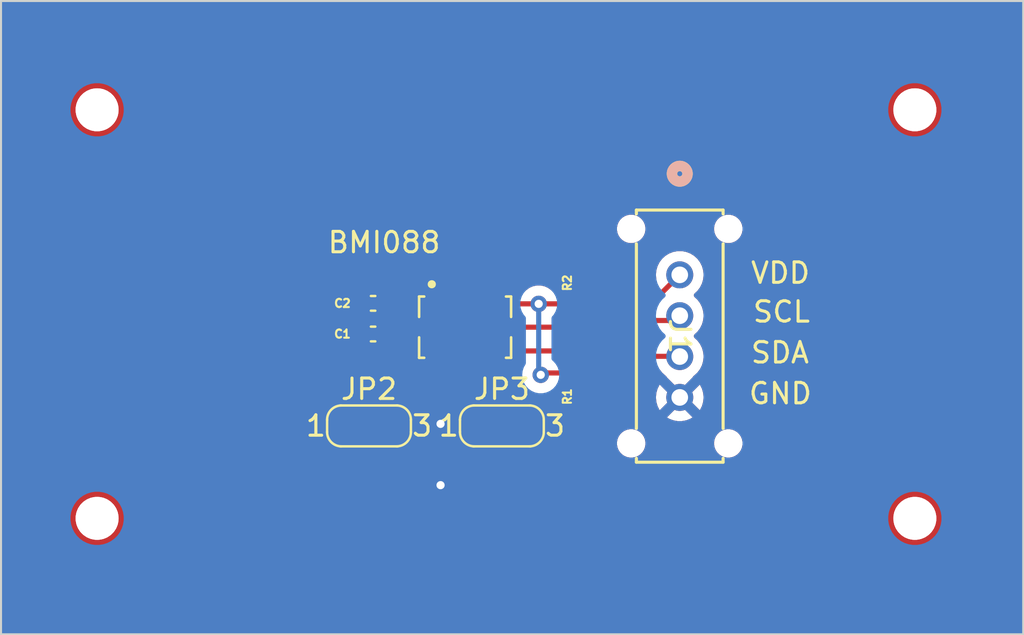
<source format=kicad_pcb>
(kicad_pcb (version 20240108) (generator "pcbnew") (generator_version "8.0")
  (layers (0 "F.Cu" signal) (31 "B.Cu" power) (34 "B.Paste" user) (35 "F.Paste" user) (36 "B.SilkS" user "B.Silkscreen") (37 "F.SilkS" user "F.Silkscreen") (38 "B.Mask" user) (39 "F.Mask" user) (44 "Edge.Cuts" user))
  (net 0 "")
  (net 1 "GND")
  (net 9 "/SDA")
  (net 10 "/SCL")
  (net 11 "Net-(IC1-SDO1)")
  (net 12 "Net-(IC1-SDO2)")
  (net 13 "+3.3V")
  (footprint "BMI088:PQFN50P450X300X100-16N" (layer "F.Cu") (at 108 88.665)
    (property "Reference" "IC1" (hide yes))
    (property "Value" "BMI088" (at -3.96 -4.145 0) (layer "F.SilkS"))
    (fp_line (start -2.25 -1.5) (end -2 -1.5) (stroke (width 0.127)) (layer "F.SilkS"))
    (fp_line (start -2.25 -0.5) (end -2.25 -1.5) (stroke (width 0.127)) (layer "F.SilkS"))
    (fp_line (start -2.25 1.5) (end -2.25 0.5) (stroke (width 0.127)) (layer "F.SilkS"))
    (fp_line (start -2 1.5) (end -2.25 1.5) (stroke (width 0.127)) (layer "F.SilkS"))
    (fp_line (start 2.25 -1.5) (end 2 -1.5) (stroke (width 0.127)) (layer "F.SilkS"))
    (fp_line (start 2.25 -0.5) (end 2.25 -1.5) (stroke (width 0.127)) (layer "F.SilkS"))
    (fp_line (start 2.25 0.5) (end 2.25 1.5) (stroke (width 0.127)) (layer "F.SilkS"))
    (fp_line (start 2.25 1.5) (end 2 1.5) (stroke (width 0.127)) (layer "F.SilkS"))
    (fp_circle (center -1.629 -2.1) (end -1.529 -2.1) (stroke (width 0.2)) (fill none) (layer "F.SilkS"))
    (pad "1" smd rect (at -1.5 -1.165 270) (size 0.59 0.35) (layers "F.Cu" "F.Paste" "F.Mask"))
    (pad "2" smd rect (at -1 -1.165 270) (size 0.59 0.35) (layers "F.Cu" "F.Paste" "F.Mask"))
    (pad "3" smd rect (at -0.5 -1.165 270) (size 0.59 0.35) (layers "F.Cu" "F.Paste" "F.Mask") (net 13 "+3.3V"))
    (pad "4" smd rect (at 0 -1.165 270) (size 0.59 0.35) (layers "F.Cu" "F.Paste" "F.Mask") (net 1 "GND"))
    (pad "5" smd rect (at 0.5 -1.165 270) (size 0.59 0.35) (layers "F.Cu" "F.Paste" "F.Mask"))
    (pad "6" smd rect (at 1 -1.165 270) (size 0.59 0.35) (layers "F.Cu" "F.Paste" "F.Mask") (net 1 "GND"))
    (pad "7" smd rect (at 1.5 -1.165 270) (size 0.59 0.35) (layers "F.Cu" "F.Paste" "F.Mask") (net 13 "+3.3V"))
    (pad "8" smd rect (at 1.915 0 180) (size 0.59 0.35) (layers "F.Cu" "F.Paste" "F.Mask") (net 10 "/SCL"))
    (pad "9" smd rect (at 1.5 1.165 90) (size 0.59 0.35) (layers "F.Cu" "F.Paste" "F.Mask") (net 9 "/SDA"))
    (pad "10" smd rect (at 1 1.165 90) (size 0.59 0.35) (layers "F.Cu" "F.Paste" "F.Mask") (net 12 "Net-(IC1-SDO2)"))
    (pad "11" smd rect (at 0.5 1.165 90) (size 0.59 0.35) (layers "F.Cu" "F.Paste" "F.Mask") (net 13 "+3.3V"))
    (pad "12" smd rect (at 0 1.165 90) (size 0.59 0.35) (layers "F.Cu" "F.Paste" "F.Mask"))
    (pad "13" smd rect (at -0.5 1.165 90) (size 0.59 0.35) (layers "F.Cu" "F.Paste" "F.Mask"))
    (pad "14" smd rect (at -1 1.165 90) (size 0.59 0.35) (layers "F.Cu" "F.Paste" "F.Mask"))
    (pad "15" smd rect (at -1.5 1.165 90) (size 0.59 0.35) (layers "F.Cu" "F.Paste" "F.Mask") (net 11 "Net-(IC1-SDO1)"))
    (pad "16" smd rect (at -1.915 0) (size 0.59 0.35) (layers "F.Cu" "F.Paste" "F.Mask"))
  )
  (footprint "Capacitor_SMD:C_0402_1005Metric" (layer "F.Cu") (at 103.5 87.5 180)
    (property "Reference" "C2" (at 1.5 0 0) (layer "F.SilkS") (effects (font (size 0.4 0.4) (thickness 0.1))))
    (property "Value" "100n" (hide yes))
    (fp_line (start -0.107836 0.36) (end 0.107836 0.36) (stroke (width 0.12)) (layer "F.SilkS"))
    (fp_line (start -0.107836 -0.36) (end 0.107836 -0.36) (stroke (width 0.12)) (layer "F.SilkS"))
    (pad "1" smd roundrect (at -0.48 0 180) (size 0.56 0.62) (layers "F.Cu" "F.Paste" "F.Mask") (net 13 "+3.3V"))
    (pad "2" smd roundrect (at 0.48 0 180) (size 0.56 0.62) (layers "F.Cu" "F.Paste" "F.Mask") (net 1 "GND"))
  )
  (footprint "Resistor_SMD:R_0201_0603Metric_Pad0.64x0.40mm_HandSolder" (layer "F.Cu") (at 113 90.5 90)
    (property "Reference" "R1" (at -1.5675 0 90) (layer "F.SilkS") (effects (font (size 0.4 0.4) (thickness 0.1))))
    (property "Value" "1.5k")
    (pad "1" smd roundrect (at -0.4075 0 90) (size 0.635 0.4) (layers "F.Cu" "F.Mask") (net 13 "+3.3V"))
    (pad "2" smd roundrect (at 0.4075 0 90) (size 0.635 0.4) (layers "F.Cu" "F.Mask") (net 9 "/SDA"))
  )
  (footprint "Jumper:SolderJumper-3_P1.3mm_Open_RoundedPad1.0x1.5mm_NumberLabels" (layer "F.Cu") (at 109.8 93.5)
    (property "Reference" "JP3" (at 0 -1.8 0) (layer "F.SilkS"))
    (property "Value" "SolderJumper_3_Open" (hide yes))
    (fp_line (start -2.05 0.3) (end -2.05 -0.3) (stroke (width 0.12)) (layer "F.SilkS"))
    (fp_line (start -1.4 -1) (end 1.4 -1) (stroke (width 0.12)) (layer "F.SilkS"))
    (fp_line (start 1.4 1) (end -1.4 1) (stroke (width 0.12)) (layer "F.SilkS"))
    (fp_line (start 2.05 -0.3) (end 2.05 0.3) (stroke (width 0.12)) (layer "F.SilkS"))
    (fp_arc (start -2.05 -0.3) (mid -1.844975 -0.794975) (end -1.35 -1) (stroke (width 0.12)) (layer "F.SilkS"))
    (fp_arc (start -1.35 1) (mid -1.844975 0.794975) (end -2.05 0.3) (stroke (width 0.12)) (layer "F.SilkS"))
    (fp_arc (start 1.35 -1) (mid 1.844975 -0.794975) (end 2.05 -0.3) (stroke (width 0.12)) (layer "F.SilkS"))
    (fp_arc (start 2.05 0.3) (mid 1.844975 0.794975) (end 1.35 1) (stroke (width 0.12)) (layer "F.SilkS"))
    (fp_text user "3" (at 2.6 0 0) (layer "F.SilkS"))
    (fp_text user "1" (at -2.6 0 0) (layer "F.SilkS"))
    (pad "1" smd custom (at -1.3 0) (size 1 0.5) (layers "F.Cu" "F.Mask") (net 1 "GND") (options (clearance outline) (anchor rect)) (primitives (gr_circle (center 0 0.25) (end 0.5 0.25) (width 0) (fill yes)) (gr_circle (center 0 -0.25) (end 0.5 -0.25) (width 0) (fill yes)) (gr_poly (pts (xy 0.55 0.75) (xy 0 0.75) (xy 0 -0.75) (xy 0.55 -0.75)) (width 0) (fill yes))))
    (pad "2" smd rect (at 0 0) (size 1 1.5) (layers "F.Cu" "F.Mask") (net 12 "Net-(IC1-SDO2)"))
    (pad "3" smd custom (at 1.3 0) (size 1 0.5) (layers "F.Cu" "F.Mask") (net 13 "+3.3V") (options (clearance outline) (anchor rect)) (primitives (gr_circle (center 0 0.25) (end 0.5 0.25) (width 0) (fill yes)) (gr_circle (center 0 -0.25) (end 0.5 -0.25) (width 0) (fill yes)) (gr_poly (pts (xy 0 0.75) (xy -0.55 0.75) (xy -0.55 -0.75) (xy 0 -0.75)) (width 0) (fill yes))))
  )
  (footprint "Mounting_Wuerth:Mounting_Wuerth_WA-SMSI-M1.6_H1mm_9774010633" (layer "F.Cu") (at 90 98.025)
    (property "Reference" "H3" (hide yes))
    (property "Value" "MountingHole_Pad" (hide yes))
    (pad "" np_thru_hole circle (at 0 0) (size 2.1 2.1) (drill 2.1) (layers "*.Cu" "*.Mask"))
    (pad "1" smd circle (at -1.525 0) (size 0.55 0.55) (layers "F.Cu") (net 1 "GND"))
    (pad "1" smd circle (at 0 -1.525) (size 0.55 0.55) (layers "F.Cu") (net 1 "GND"))
    (pad "1" smd circle (at 0 1.525) (size 0.55 0.55) (layers "F.Cu") (net 1 "GND"))
    (pad "1" smd custom (at 1.525 0) (size 0.55 0.55) (layers "F.Cu" "F.Mask") (net 1 "GND") (options (clearance outline) (anchor circle)) (primitives (gr_circle (center -1.525 0) (end 0 0) (width 0.95) (fill no))))
  )
  (footprint "Harwin-M80-8770422:CONN_M80-87704_HRW" (layer "F.Cu") (at 118.5 86.104901 -90)
    (property "Reference" "J1" (at 2.999999 0 -90) (layer "F.SilkS"))
    (property "Value" "M80-8770422")
    (fp_circle (center -4.950201 0) (end -4.569201 0) (stroke (width 0.508)) (fill none) (layer "B.SilkS"))
    (fp_line (start -3.172201 2.1209) (end -2.984532 2.1209) (stroke (width 0.1524)) (layer "F.SilkS"))
    (fp_line (start -1.51547 2.1209) (end 7.515468 2.1209) (stroke (width 0.1524)) (layer "F.SilkS"))
    (fp_line (start 8.98453 2.1209) (end 9.172199 2.1209) (stroke (width 0.1524)) (layer "F.SilkS"))
    (fp_line (start 9.172199 2.1209) (end 9.172199 -2.1209) (stroke (width 0.1524)) (layer "F.SilkS"))
    (fp_line (start -3.172201 -2.1209) (end -3.172201 2.1209) (stroke (width 0.1524)) (layer "F.SilkS"))
    (fp_line (start -2.984532 -2.1209) (end -3.172201 -2.1209) (stroke (width 0.1524)) (layer "F.SilkS"))
    (fp_line (start 7.515468 -2.1209) (end -1.51547 -2.1209) (stroke (width 0.1524)) (layer "F.SilkS"))
    (fp_line (start 9.172199 -2.1209) (end 8.98453 -2.1209) (stroke (width 0.1524)) (layer "F.SilkS"))
    (fp_circle (center -4.950201 0) (end -4.569201 0) (stroke (width 0.508)) (fill none) (layer "F.SilkS"))
    (pad "" np_thru_hole circle (at -2.250001 -2.374999) (size 0.889 0.889) (drill 0.889) (layers "*.Cu" "*.Mask"))
    (pad "" np_thru_hole circle (at -2.250001 2.374999) (size 0.889 0.889) (drill 0.889) (layers "*.Cu" "*.Mask"))
    (pad "" np_thru_hole circle (at 8.249999 -2.374999) (size 0.889 0.889) (drill 0.889) (layers "*.Cu" "*.Mask"))
    (pad "" np_thru_hole circle (at 8.249999 2.374999) (size 0.889 0.889) (drill 0.889) (layers "*.Cu" "*.Mask"))
    (pad "1" thru_hole circle (at 0 0 270) (size 1.3208 1.3208) (drill 0.8128) (layers "*.Cu" "*.Mask") (net 13 "+3.3V"))
    (pad "2" thru_hole circle (at 1.999999 0 270) (size 1.3208 1.3208) (drill 0.8128) (layers "*.Cu" "*.Mask") (net 10 "/SCL"))
    (pad "3" thru_hole circle (at 4 0 270) (size 1.3208 1.3208) (drill 0.8128) (layers "*.Cu" "*.Mask") (net 9 "/SDA"))
    (pad "4" thru_hole circle (at 5.999998 0 270) (size 1.3208 1.3208) (drill 0.8128) (layers "*.Cu" "*.Mask") (net 1 "GND"))
  )
  (footprint "Jumper:SolderJumper-3_P1.3mm_Open_RoundedPad1.0x1.5mm_NumberLabels" (layer "F.Cu") (at 103.3 93.5)
    (property "Reference" "JP2" (at 0 -1.8 0) (layer "F.SilkS"))
    (property "Value" "SolderJumper_3_Open" (hide yes))
    (fp_line (start -2.05 0.3) (end -2.05 -0.3) (stroke (width 0.12)) (layer "F.SilkS"))
    (fp_line (start -1.4 -1) (end 1.4 -1) (stroke (width 0.12)) (layer "F.SilkS"))
    (fp_line (start 1.4 1) (end -1.4 1) (stroke (width 0.12)) (layer "F.SilkS"))
    (fp_line (start 2.05 -0.3) (end 2.05 0.3) (stroke (width 0.12)) (layer "F.SilkS"))
    (fp_arc (start -2.05 -0.3) (mid -1.844975 -0.794975) (end -1.35 -1) (stroke (width 0.12)) (layer "F.SilkS"))
    (fp_arc (start -1.35 1) (mid -1.844975 0.794975) (end -2.05 0.3) (stroke (width 0.12)) (layer "F.SilkS"))
    (fp_arc (start 1.35 -1) (mid 1.844975 -0.794975) (end 2.05 -0.3) (stroke (width 0.12)) (layer "F.SilkS"))
    (fp_arc (start 2.05 0.3) (mid 1.844975 0.794975) (end 1.35 1) (stroke (width 0.12)) (layer "F.SilkS"))
    (fp_text user "1" (at -2.6 0 0) (layer "F.SilkS"))
    (fp_text user "3" (at 2.6 0 0) (layer "F.SilkS"))
    (pad "1" smd custom (at -1.3 0) (size 1 0.5) (layers "F.Cu" "F.Mask") (net 1 "GND") (options (clearance outline) (anchor rect)) (primitives (gr_circle (center 0 0.25) (end 0.5 0.25) (width 0) (fill yes)) (gr_circle (center 0 -0.25) (end 0.5 -0.25) (width 0) (fill yes)) (gr_poly (pts (xy 0.55 0.75) (xy 0 0.75) (xy 0 -0.75) (xy 0.55 -0.75)) (width 0) (fill yes))))
    (pad "2" smd rect (at 0 0) (size 1 1.5) (layers "F.Cu" "F.Mask") (net 11 "Net-(IC1-SDO1)"))
    (pad "3" smd custom (at 1.3 0) (size 1 0.5) (layers "F.Cu" "F.Mask") (net 13 "+3.3V") (options (clearance outline) (anchor rect)) (primitives (gr_circle (center 0 0.25) (end 0.5 0.25) (width 0) (fill yes)) (gr_circle (center 0 -0.25) (end 0.5 -0.25) (width 0) (fill yes)) (gr_poly (pts (xy 0 0.75) (xy -0.55 0.75) (xy -0.55 -0.75) (xy 0 -0.75)) (width 0) (fill yes))))
  )
  (footprint "Resistor_SMD:R_0201_0603Metric_Pad0.64x0.40mm_HandSolder" (layer "F.Cu") (at 113 87.9325 -90)
    (property "Reference" "R2" (at -1.4325 0 90) (layer "F.SilkS") (effects (font (size 0.4 0.4) (thickness 0.1))))
    (property "Value" "1.5k")
    (pad "1" smd roundrect (at -0.4075 0 270) (size 0.635 0.4) (layers "F.Cu" "F.Mask") (net 13 "+3.3V"))
    (pad "2" smd roundrect (at 0.4075 0 270) (size 0.635 0.4) (layers "F.Cu" "F.Mask") (net 10 "/SCL"))
  )
  (footprint "Mounting_Wuerth:Mounting_Wuerth_WA-SMSI-M1.6_H1mm_9774010633" (layer "F.Cu") (at 130 78.025)
    (property "Reference" "H1" (hide yes))
    (property "Value" "MountingHole_Pad" (hide yes))
    (pad "" np_thru_hole circle (at 0 0) (size 2.1 2.1) (drill 2.1) (layers "*.Cu" "*.Mask"))
    (pad "1" smd circle (at -1.525 0) (size 0.55 0.55) (layers "F.Cu") (net 1 "GND"))
    (pad "1" smd circle (at 0 -1.525) (size 0.55 0.55) (layers "F.Cu") (net 1 "GND"))
    (pad "1" smd circle (at 0 1.525) (size 0.55 0.55) (layers "F.Cu") (net 1 "GND"))
    (pad "1" smd custom (at 1.525 0) (size 0.55 0.55) (layers "F.Cu" "F.Mask") (net 1 "GND") (options (clearance outline) (anchor circle)) (primitives (gr_circle (center -1.525 0) (end 0 0) (width 0.95) (fill no))))
  )
  (footprint "Mounting_Wuerth:Mounting_Wuerth_WA-SMSI-M1.6_H1mm_9774010633" (layer "F.Cu") (at 90 78.025)
    (property "Reference" "H4" (hide yes))
    (property "Value" "MountingHole_Pad" (hide yes))
    (pad "" np_thru_hole circle (at 0 0) (size 2.1 2.1) (drill 2.1) (layers "*.Cu" "*.Mask"))
    (pad "1" smd circle (at -1.525 0) (size 0.55 0.55) (layers "F.Cu") (net 1 "GND"))
    (pad "1" smd circle (at 0 -1.525) (size 0.55 0.55) (layers "F.Cu") (net 1 "GND"))
    (pad "1" smd circle (at 0 1.525) (size 0.55 0.55) (layers "F.Cu") (net 1 "GND"))
    (pad "1" smd custom (at 1.525 0) (size 0.55 0.55) (layers "F.Cu" "F.Mask") (net 1 "GND") (options (clearance outline) (anchor circle)) (primitives (gr_circle (center -1.525 0) (end 0 0) (width 0.95) (fill no))))
  )
  (footprint "Capacitor_SMD:C_0402_1005Metric" (layer "F.Cu") (at 103.5 89 180)
    (property "Reference" "C1" (at 1.5 0 0) (layer "F.SilkS") (effects (font (size 0.4 0.4) (thickness 0.1))))
    (property "Value" "100n" (hide yes))
    (fp_line (start -0.107836 0.36) (end 0.107836 0.36) (stroke (width 0.12)) (layer "F.SilkS"))
    (fp_line (start -0.107836 -0.36) (end 0.107836 -0.36) (stroke (width 0.12)) (layer "F.SilkS"))
    (pad "1" smd roundrect (at -0.48 0 180) (size 0.56 0.62) (layers "F.Cu" "F.Paste" "F.Mask") (net 13 "+3.3V"))
    (pad "2" smd roundrect (at 0.48 0 180) (size 0.56 0.62) (layers "F.Cu" "F.Paste" "F.Mask") (net 1 "GND"))
  )
  (footprint "Mounting_Wuerth:Mounting_Wuerth_WA-SMSI-M1.6_H1mm_9774010633" (layer "F.Cu") (at 130 98.025)
    (property "Reference" "H2" (hide yes))
    (property "Value" "MountingHole_Pad" (hide yes))
    (pad "" np_thru_hole circle (at 0 0) (size 2.1 2.1) (drill 2.1) (layers "*.Cu" "*.Mask"))
    (pad "1" smd circle (at -1.525 0) (size 0.55 0.55) (layers "F.Cu") (net 1 "GND"))
    (pad "1" smd circle (at 0 -1.525) (size 0.55 0.55) (layers "F.Cu") (net 1 "GND"))
    (pad "1" smd circle (at 0 1.525) (size 0.55 0.55) (layers "F.Cu") (net 1 "GND"))
    (pad "1" smd custom (at 1.525 0) (size 0.55 0.55) (layers "F.Cu" "F.Mask") (net 1 "GND") (options (clearance outline) (anchor circle)) (primitives (gr_circle (center -1.525 0) (end 0 0) (width 0.95) (fill no))))
  )
  (gr_line (start 85.3 72.7) (end 85.3 103.7) (stroke (width 0.1)) (layer "Edge.Cuts"))
  (gr_line (start 135.3 72.7) (end 85.3 72.7) (stroke (width 0.1)) (layer "Edge.Cuts"))
  (gr_line (start 135.3 103.7) (end 135.3 72.7) (stroke (width 0.1)) (layer "Edge.Cuts"))
  (gr_line (start 85.3 103.7) (end 135.3 103.7) (stroke (width 0.1)) (layer "Edge.Cuts"))
  (gr_text "VDD" (at 121.9 86.6 0) (layer "F.SilkS") (effects (font (size 1 1)) (justify left bottom)))
  (gr_text "GND" (at 121.8 92.5 0) (layer "F.SilkS") (effects (font (size 1 1)) (justify left bottom)))
  (gr_text "SCL" (at 122 88.5 0) (layer "F.SilkS") (effects (font (size 1 1)) (justify left bottom)))
  (gr_text "SDA" (at 121.9 90.5 0) (layer "F.SilkS") (effects (font (size 1 1)) (justify left bottom)))
  (segment (start 108.2 86.5) (end 108 86.7) (width 0.25) (layer "F.Cu") (net 1))
  (segment (start 103.02 87.5) (end 103.02 87.48) (width 0.25) (layer "F.Cu") (net 1))
  (segment (start 109 86.5) (end 109 87.5) (width 0.25) (layer "F.Cu") (net 1))
  (segment (start 102 93.5) (end 102 94.1) (width 0.25) (layer "F.Cu") (net 1))
  (segment (start 109 86.5) (end 108.2 86.5) (width 0.25) (layer "F.Cu") (net 1))
  (segment (start 103.02 87.5) (end 103.02 89) (width 0.25) (layer "F.Cu") (net 1))
  (segment (start 108 86.7) (end 108 87.5) (width 0.25) (layer "F.Cu") (net 1))
  (via (at 106.8 96.4) (size 0.8) (drill 0.4) (layers "F.Cu" "B.Cu") (net 1))
  (via (at 106.8 93.4) (size 0.8) (drill 0.4) (layers "F.Cu" "B.Cu") (net 1))
  (segment (start 106.8 93.4) (end 106.8 96.4) (width 0.25) (layer "B.Cu") (net 1))
  (segment (start 112.7375 89.83) (end 113 90.0925) (width 0.25) (layer "F.Cu") (net 9))
  (segment (start 109.5 89.83) (end 112.7375 89.83) (width 0.25) (layer "F.Cu") (net 9))
  (segment (start 118.487599 90.0925) (end 118.5 90.104901) (width 0.25) (layer "F.Cu") (net 9))
  (segment (start 113 90.0925) (end 118.487599 90.0925) (width 0.25) (layer "F.Cu") (net 9))
  (segment (start 118.5 88.1049) (end 118.2649 88.34) (width 0.25) (layer "F.Cu") (net 10))
  (segment (start 118.2649 88.34) (end 113 88.34) (width 0.25) (layer "F.Cu") (net 10))
  (segment (start 109.915 88.665) (end 112.675 88.665) (width 0.25) (layer "F.Cu") (net 10))
  (segment (start 112.675 88.665) (end 113 88.34) (width 0.25) (layer "F.Cu") (net 10))
  (segment (start 106.5 89.83) (end 103.3 93.03) (width 0.25) (layer "F.Cu") (net 11))
  (segment (start 103.3 93.03) (end 103.3 93.5) (width 0.25) (layer "F.Cu") (net 11))
  (segment (start 109 91.5) (end 109.8 92.3) (width 0.25) (layer "F.Cu") (net 12))
  (segment (start 109 89.83) (end 109 91.5) (width 0.25) (layer "F.Cu") (net 12))
  (segment (start 109.8 92.3) (end 109.8 93.5) (width 0.25) (layer "F.Cu") (net 12))
  (segment (start 107.12 86.5) (end 105.025305 86.5) (width 0.25) (layer "F.Cu") (net 13))
  (segment (start 109.5 88) (end 108.5 89) (width 0.25) (layer "F.Cu") (net 13))
  (segment (start 107.5 87.5) (end 107.5 88) (width 0.25) (layer "F.Cu") (net 13))
  (segment (start 104.6 93.5) (end 106.1 95) (width 0.25) (layer "F.Cu") (net 13))
  (segment (start 104.025305 87.5) (end 103.98 87.5) (width 0.25) (layer "F.Cu") (net 13))
  (segment (start 109.5 87.5) (end 109.5 88) (width 0.25) (layer "F.Cu") (net 13))
  (segment (start 108.5 89) (end 108.5 89.83) (width 0.25) (layer "F.Cu") (net 13))
  (segment (start 103.98 87.5) (end 103.98 89) (width 0.25) (layer "F.Cu") (net 13))
  (segment (start 106.1 95) (end 110.355 95) (width 0.25) (layer "F.Cu") (net 13))
  (segment (start 117.079901 87.525) (end 118.5 86.104901) (width 0.25) (layer "F.Cu") (net 13))
  (segment (start 113 91.6) (end 111.1 93.5) (width 0.25) (layer "F.Cu") (net 13))
  (segment (start 111.7925 90.9075) (end 111.7 91) (width 0.25) (layer "F.Cu") (net 13))
  (segment (start 110.5 87.5) (end 109.5 87.5) (width 0.25) (layer "F.Cu") (net 13))
  (segment (start 113 90.9075) (end 111.7925 90.9075) (width 0.25) (layer "F.Cu") (net 13))
  (segment (start 113 87.525) (end 117.079901 87.525) (width 0.25) (layer "F.Cu") (net 13))
  (segment (start 111.6 87.525) (end 110.525 87.525) (width 0.25) (layer "F.Cu") (net 13))
  (segment (start 105.025305 86.5) (end 104.025305 87.5) (width 0.25) (layer "F.Cu") (net 13))
  (segment (start 111.6 87.525) (end 113 87.525) (width 0.25) (layer "F.Cu") (net 13))
  (segment (start 113 90.9075) (end 113 91.6) (width 0.25) (layer "F.Cu") (net 13))
  (segment (start 110.355 95) (end 111.1 94.255) (width 0.25) (layer "F.Cu") (net 13))
  (segment (start 107.5 88) (end 108.5 89) (width 0.25) (layer "F.Cu") (net 13))
  (segment (start 107.5 86.88) (end 107.12 86.5) (width 0.25) (layer "F.Cu") (net 13))
  (segment (start 110.525 87.525) (end 110.5 87.5) (width 0.25) (layer "F.Cu") (net 13))
  (segment (start 111.1 94.255) (end 111.1 93.5) (width 0.25) (layer "F.Cu") (net 13))
  (segment (start 107.5 87.5) (end 107.5 86.88) (width 0.25) (layer "F.Cu") (net 13))
  (via (at 111.7 91) (size 0.8) (drill 0.4) (layers "F.Cu" "B.Cu") (net 13))
  (via (at 111.6 87.525) (size 0.8) (drill 0.4) (layers "F.Cu" "B.Cu") (net 13))
  (segment (start 111.6 90.9) (end 111.7 91) (width 0.25) (layer "B.Cu") (net 13))
  (segment (start 111.6 87.525) (end 111.6 90.9) (width 0.25) (layer "B.Cu") (net 13))
  (zone (net 1) (net_name "GND") (layer "F.Cu") (priority 1) (connect_pads (clearance 0.5)) (min_thickness 0.25) (fill yes (thermal_gap 0.5) (thermal_bridge_width 0.5))
    (polygon (pts (xy 85.3 72.7) (xy 135.3 72.7) (xy 135.3 103.7) (xy 85.3 103.7)))
  )
  (zone (net 1) (net_name "GND") (layer "B.Cu") (connect_pads (clearance 0.5)) (min_thickness 0.25) (fill yes (thermal_gap 0.5) (thermal_bridge_width 0.5))
    (polygon (pts (xy 85.3 72.7) (xy 85.3 103.7) (xy 135.3 103.7) (xy 135.3 72.7)))
  )
)
</source>
